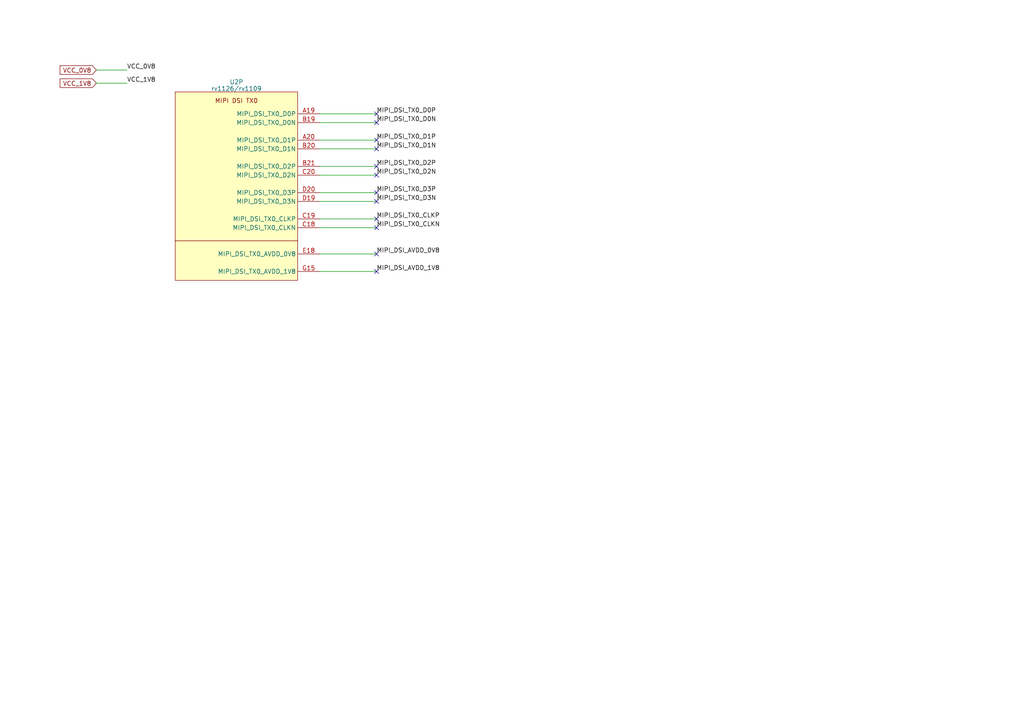
<source format=kicad_sch>
(kicad_sch (version 20230819) (generator eeschema)
  (paper "A4")
  (title_block (title "Leaf RV1126") (date "2023-06-07") (rev "1") (company "Yang Hongbo") (comment 1 "License: CC BY-SA"))
  (lib_symbols
    (symbol "IotPi_CPU_Rockchip:rv1126_rv1109"
      (property "Reference" "U" (at -10.16 33.02 0))
      (property "Value" "rv1126/rv1109" (at 3.81 33.02 0))
      (symbol "rv1126_rv1109_1_1"
        (rectangle (start -17.78 31.75) (end 16.51 -35.56) (fill (type background)))
        (polyline (pts (xy -17.78 -26.67) (xy 16.51 -26.67)))
        (text "ARM/LOGIC/VEPU/NPU Power" (at -1.27 29.21 0) (effects (font (size 1.27 1.27))))
        (text "Supply for VCCIO1~7 Power" (at -3.81 -29.21 0) (effects (font (size 1.27 1.27))))
        (pin power_in line (at 22.86 -11.43 180) (length 6.35) (name "NPU_VDD_1") (number "H11"))
        (pin power_in line (at 22.86 -13.97 180) (length 6.35) (name "NPU_VDD_2") (number "H12"))
        (pin power_in line (at 22.86 13.97 180) (length 6.35) (name "LOGIC_VDD_2") (number "H13"))
        (pin power_in line (at 22.86 -33.02 180) (length 6.35) (name "VCCIO_VDD_1V8") (number "H14"))
        (pin power_in line (at 22.86 16.51 180) (length 6.35) (name "LOGIC_VDD_1") (number "H9"))
        (pin power_in line (at 22.86 -16.51 180) (length 6.35) (name "NPU_VDD_3") (number "J10"))
        (pin power_in line (at 22.86 -19.05 180) (length 6.35) (name "NPU_VDD_4") (number "J11"))
        (pin power_in line (at 22.86 8.89 180) (length 6.35) (name "LOGIC_VDD_4") (number "J13"))
        (pin power_in line (at 22.86 11.43 180) (length 6.35) (name "LOGIC_VDD_3") (number "J9"))
        (pin power_in line (at 22.86 -21.59 180) (length 6.35) (name "NPU_VDD_5") (number "K10"))
        (pin power_in line (at 22.86 -24.13 180) (length 6.35) (name "NPU_VDD_6") (number "K11"))
        (pin power_in line (at 22.86 6.35 180) (length 6.35) (name "LOGIC_VDD_5") (number "L10"))
        (pin power_in line (at 22.86 0 180) (length 6.35) (name "VEPU_VDD_1") (number "L9"))
        (pin power_in line (at 22.86 3.81 180) (length 6.35) (name "LOGIC_VDD_6") (number "M11"))
        (pin power_in line (at 22.86 -2.54 180) (length 6.35) (name "VEPU_VDD_2") (number "M9"))
        (pin power_in line (at 22.86 25.4 180) (length 6.35) (name "ARM_VDD_1") (number "N12"))
        (pin power_in line (at 22.86 -5.08 180) (length 6.35) (name "VEPU_VDD_3") (number "N8"))
        (pin power_in line (at 22.86 -7.62 180) (length 6.35) (name "VEPU_VDD_4") (number "N9"))
        (pin power_in line (at 22.86 22.86 180) (length 6.35) (name "ARM_VDD_2") (number "P12"))
        (pin power_in line (at 22.86 20.32 180) (length 6.35) (name "ARM_VDD_3") (number "P13"))
      )
      (symbol "rv1126_rv1109_2_1"
        (rectangle (start -19.05 30.48) (end 19.05 -114.3) (fill (type background)))
        (text "VSS/AVSS" (at 0 24.13 0) (effects (font (size 1.27 1.27))))
        (pin power_in line (at -25.4 27.94 0) (length 6.35) (name "VSS_1") (number "A1"))
        (pin power_in line (at 25.4 -97.79 180) (length 6.35) (name "AVSS_1") (number "A21"))
        (pin power_in line (at 25.4 -88.9 180) (length 6.35) (name "VSS_95") (number "AA1"))
        (pin power_in line (at 25.4 -91.44 180) (length 6.35) (name "VSS_96") (number "AA10"))
        (pin power_in line (at 25.4 -93.98 180) (length 6.35) (name "VSS_97") (number "AA21"))
        (pin power_in line (at -25.4 25.4 0) (length 6.35) (name "VSS_2") (number "B12"))
        (pin power_in line (at -25.4 15.24 0) (length 6.35) (name "VSS_6") (number "C10"))
        (pin power_in line (at -25.4 12.7 0) (length 6.35) (name "VSS_7") (number "C12"))
        (pin power_in line (at -25.4 22.86 0) (length 6.35) (name "VSS_3") (number "C3"))
        (pin power_in line (at -25.4 20.32 0) (length 6.35) (name "VSS_4") (number "C5"))
        (pin power_in line (at -25.4 17.78 0) (length 6.35) (name "VSS_5") (number "C7"))
        (pin power_in line (at -25.4 7.62 0) (length 6.35) (name "VSS_9") (number "D12"))
        (pin power_in line (at 25.4 -100.33 180) (length 6.35) (name "AVSS_2") (number "D18"))
        (pin power_in line (at -25.4 10.16 0) (length 6.35) (name "VSS_8") (number "D9"))
        (pin power_in line (at -25.4 -6.35 0) (length 6.35) (name "VSS_14") (number "E10"))
        (pin power_in line (at -25.4 -8.89 0) (length 6.35) (name "VSS_15") (number "E11"))
        (pin power_in line (at -25.4 -11.43 0) (length 6.35) (name "VSS_16") (number "E12"))
        (pin power_in line (at -25.4 5.08 0) (length 6.35) (name "VSS_10") (number "E4"))
        (pin power_in line (at -25.4 1.27 0) (length 6.35) (name "VSS_11") (number "E6"))
        (pin power_in line (at -25.4 -1.27 0) (length 6.35) (name "VSS_12") (number "E8"))
        (pin power_in line (at -25.4 -3.81 0) (length 6.35) (name "VSS_13") (number "E9"))
        (pin power_in line (at -25.4 -27.94 0) (length 6.35) (name "VSS_22") (number "F10"))
        (pin power_in line (at -25.4 -30.48 0) (length 6.35) (name "VSS_23") (number "F11"))
        (pin power_in line (at -25.4 -33.02 0) (length 6.35) (name "VSS_24") (number "F12"))
        (pin power_in line (at -25.4 -35.56 0) (length 6.35) (name "VSS_25") (number "F13"))
        (pin power_in line (at 25.4 -102.87 180) (length 6.35) (name "AVSS_3") (number "F14"))
        (pin power_in line (at 25.4 -105.41 180) (length 6.35) (name "AVSS_4") (number "F15"))
        (pin power_in line (at -25.4 -13.97 0) (length 6.35) (name "VSS_17") (number "F3"))
        (pin power_in line (at -25.4 -16.51 0) (length 6.35) (name "VSS_18") (number "F5"))
        (pin power_in line (at -25.4 -19.05 0) (length 6.35) (name "VSS_19") (number "F7"))
        (pin power_in line (at -25.4 -21.59 0) (length 6.35) (name "VSS_20") (number "F8"))
        (pin power_in line (at -25.4 -25.4 0) (length 6.35) (name "VSS_21") (number "F9"))
        (pin power_in line (at -25.4 -45.72 0) (length 6.35) (name "VSS_29") (number "G10"))
        (pin power_in line (at -25.4 -48.26 0) (length 6.35) (name "VSS_30") (number "G11"))
        (pin power_in line (at -25.4 -52.07 0) (length 6.35) (name "VSS_31") (number "G12"))
        (pin power_in line (at -25.4 -54.61 0) (length 6.35) (name "VSS_32") (number "G13"))
        (pin power_in line (at 25.4 -107.95 180) (length 6.35) (name "AVSS_5") (number "G16"))
        (pin power_in line (at 25.4 -110.49 180) (length 6.35) (name "AVSS_6") (number "G17"))
        (pin power_in line (at -25.4 -38.1 0) (length 6.35) (name "VSS_26") (number "G2"))
        (pin power_in line (at -25.4 -40.64 0) (length 6.35) (name "VSS_27") (number "G5"))
        (pin power_in line (at -25.4 -43.18 0) (length 6.35) (name "VSS_28") (number "G6"))
        (pin power_in line (at -25.4 -67.31 0) (length 6.35) (name "VSS_37") (number "H10"))
        (pin power_in line (at -25.4 -69.85 0) (length 6.35) (name "VSS_38") (number "H15"))
        (pin power_in line (at -25.4 -57.15 0) (length 6.35) (name "VSS_33") (number "H4"))
        (pin power_in line (at -25.4 -59.69 0) (length 6.35) (name "VSS_34") (number "H5"))
        (pin power_in line (at -25.4 -62.23 0) (length 6.35) (name "VSS_35") (number "H6"))
        (pin power_in line (at -25.4 -64.77 0) (length 6.35) (name "VSS_36") (number "H7"))
        (pin power_in line (at -25.4 -78.74 0) (length 6.35) (name "VSS_41") (number "J12"))
        (pin power_in line (at -25.4 -81.28 0) (length 6.35) (name "VSS_42") (number "J14"))
        (pin power_in line (at -25.4 -83.82 0) (length 6.35) (name "VSS_43") (number "J16"))
        (pin power_in line (at -25.4 -72.39 0) (length 6.35) (name "VSS_39") (number "J5"))
        (pin power_in line (at -25.4 -74.93 0) (length 6.35) (name "VSS_40") (number "J6"))
        (pin power_in line (at -25.4 -96.52 0) (length 6.35) (name "VSS_48") (number "K12"))
        (pin power_in line (at -25.4 -99.06 0) (length 6.35) (name "VSS_49") (number "K13"))
        (pin power_in line (at -25.4 -101.6 0) (length 6.35) (name "VSS_50") (number "K14"))
        (pin power_in line (at -25.4 -86.36 0) (length 6.35) (name "VSS_44") (number "K5"))
        (pin power_in line (at -25.4 -88.9 0) (length 6.35) (name "VSS_45") (number "K6"))
        (pin power_in line (at -25.4 -91.44 0) (length 6.35) (name "VSS_46") (number "K8"))
        (pin power_in line (at -25.4 -93.98 0) (length 6.35) (name "VSS_47") (number "K9"))
        (pin power_in line (at 25.4 20.32 180) (length 6.35) (name "VSS_54") (number "L11"))
        (pin power_in line (at 25.4 17.78 180) (length 6.35) (name "VSS_55") (number "L12"))
        (pin power_in line (at 25.4 15.24 180) (length 6.35) (name "VSS_56") (number "L13"))
        (pin power_in line (at 25.4 12.7 180) (length 6.35) (name "VSS_57") (number "L14"))
        (pin power_in line (at 25.4 10.16 180) (length 6.35) (name "VSS_58") (number "L16"))
        (pin power_in line (at 25.4 27.94 180) (length 6.35) (name "VSS_51") (number "L2"))
        (pin power_in line (at 25.4 25.4 180) (length 6.35) (name "VSS_52") (number "L5"))
        (pin power_in line (at 25.4 22.86 180) (length 6.35) (name "VSS_53") (number "L6"))
        (pin power_in line (at 25.4 -3.81 180) (length 6.35) (name "VSS_63") (number "M10"))
        (pin power_in line (at 25.4 -6.35 180) (length 6.35) (name "VSS_64") (number "M12"))
        (pin power_in line (at 25.4 -8.89 180) (length 6.35) (name "VSS_65") (number "M13"))
        (pin power_in line (at 25.4 -11.43 180) (length 6.35) (name "VSS_66") (number "M14"))
        (pin power_in line (at 25.4 -13.97 180) (length 6.35) (name "VSS_67") (number "M16"))
        (pin power_in line (at 25.4 7.62 180) (length 6.35) (name "VSS_59") (number "M3"))
        (pin power_in line (at 25.4 5.08 180) (length 6.35) (name "VSS_60") (number "M5"))
        (pin power_in line (at 25.4 1.27 180) (length 6.35) (name "VSS_61") (number "M7"))
        (pin power_in line (at 25.4 -1.27 180) (length 6.35) (name "VSS_62") (number "M8"))
        (pin power_in line (at 25.4 -25.4 180) (length 6.35) (name "VSS_71") (number "N10"))
        (pin power_in line (at 25.4 -27.94 180) (length 6.35) (name "VSS_72") (number "N11"))
        (pin power_in line (at 25.4 -30.48 180) (length 6.35) (name "VSS_73") (number "N13"))
        (pin power_in line (at 25.4 -33.02 180) (length 6.35) (name "VSS_74") (number "N14"))
        (pin power_in line (at 25.4 -35.56 180) (length 6.35) (name "VSS_75") (number "N16"))
        (pin power_in line (at 25.4 -16.51 180) (length 6.35) (name "VSS_68") (number "N5"))
        (pin power_in line (at 25.4 -19.05 180) (length 6.35) (name "VSS_69") (number "N6"))
        (pin power_in line (at 25.4 -21.59 180) (length 6.35) (name "VSS_70") (number "N7"))
        (pin power_in line (at 25.4 -48.26 180) (length 6.35) (name "VSS_80") (number "P14"))
        (pin power_in line (at 25.4 -50.8 180) (length 6.35) (name "VSS_81") (number "P16"))
        (pin power_in line (at 25.4 -38.1 180) (length 6.35) (name "VSS_76") (number "P5"))
        (pin power_in line (at 25.4 -40.64 180) (length 6.35) (name "VSS_77") (number "P7"))
        (pin power_in line (at 25.4 -43.18 180) (length 6.35) (name "VSS_78") (number "P8"))
        (pin power_in line (at 25.4 -45.72 180) (length 6.35) (name "VSS_79") (number "P9"))
        (pin power_in line (at 25.4 -54.61 180) (length 6.35) (name "VSS_82") (number "R1"))
        (pin power_in line (at 25.4 -59.69 180) (length 6.35) (name "VSS_84") (number "R12"))
        (pin power_in line (at 25.4 -62.23 180) (length 6.35) (name "VSS_85") (number "R13"))
        (pin power_in line (at 25.4 -64.77 180) (length 6.35) (name "VSS_86") (number "R14"))
        (pin power_in line (at 25.4 -57.15 180) (length 6.35) (name "VSS_83") (number "R5"))
        (pin power_in line (at 25.4 -72.39 180) (length 6.35) (name "VSS_89") (number "T10"))
        (pin power_in line (at 25.4 -74.93 180) (length 6.35) (name "VSS_90") (number "T14"))
        (pin power_in line (at 25.4 -77.47 180) (length 6.35) (name "VSS_91") (number "T17"))
        (pin power_in line (at 25.4 -67.31 180) (length 6.35) (name "VSS_87") (number "T6"))
        (pin power_in line (at 25.4 -69.85 180) (length 6.35) (name "VSS_88") (number "T9"))
        (pin power_in line (at 25.4 -81.28 180) (length 6.35) (name "VSS_92") (number "V17"))
        (pin power_in line (at 25.4 -86.36 180) (length 6.35) (name "VSS_94") (number "W14"))
        (pin power_in line (at 25.4 -83.82 180) (length 6.35) (name "VSS_93") (number "W9"))
      )
      (symbol "rv1126_rv1109_3_1"
        (rectangle (start -15.24 29.21) (end 15.24 -8.89) (fill (type background)))
        (polyline (pts (xy -15.24 5.08) (xy 15.24 5.08)))
        (polyline (pts (xy -15.24 13.97) (xy 15.24 13.97)))
        (text "MISC" (at -13.97 2.54 0) (effects (font (size 1.27 1.27)) (justify left)))
        (text "OSC/PLL" (at -13.97 26.67 0) (effects (font (size 1.27 1.27)) (justify left)))
        (text "PMUIO" (at -13.97 11.43 0) (effects (font (size 1.27 1.27)) (justify left)))
        (pin output line (at 21.59 22.86 180) (length 6.35) (name "XIN24M") (number "AA9"))
        (pin power_in line (at 21.59 10.16 180) (length 6.35) (name "PMUIO_VDD_0V8") (number "P10"))
        (pin power_in line (at 21.59 19.05 180) (length 6.35) (name "PLL_AVDD_0V8") (number "P11"))
        (pin power_in line (at 21.59 7.62 180) (length 6.35) (name "PMUIO_VDD_1V8") (number "R10"))
        (pin power_in line (at 21.59 16.51 180) (length 6.35) (name "PLL_AVDD_1V8") (number "R11"))
        (pin power_in line (at 21.59 1.27 180) (length 6.35) (name "TVSS") (number "T8"))
        (pin input line (at 21.59 -2.54 180) (length 6.35) (name "nPOR_u") (number "W7"))
        (pin output line (at 21.59 25.4 180) (length 6.35) (name "XOUT24M") (number "Y9"))
      )
      (symbol "rv1126_rv1109_4_1"
        (rectangle (start -26.67 21.59) (end 26.67 -24.13) (fill (type background)))
        (polyline (pts (xy -26.67 -17.78) (xy 26.67 -17.78)))
        (text "PMUIO0 Domain" (at 1.27 19.05 0) (effects (font (size 1.27 1.27))))
        (pin bidirectional line (at 33.02 -1.27 180) (length 6.35) (name "SPI0_CS0n_M0/GPIO0_A5_u") (number "AA2"))
        (pin bidirectional line (at 33.02 15.24 180) (length 6.35) (name "CLKI_CLKO_32K/GPIO0_A2_z") (number "AA3"))
        (pin power_in line (at 33.02 -21.59 180) (length 6.35) (name "PMUIO0_VDD") (number "R9"))
        (pin bidirectional line (at 33.02 7.62 180) (length 6.35) (name "SDMMC0_DET/GPIO0_A3_u") (number "U7"))
        (pin bidirectional line (at 33.02 -8.89 180) (length 6.35) (name "SPI0_MOSI_M0/GPIO0_A6_d") (number "V6"))
        (pin bidirectional line (at 33.02 -3.81 180) (length 6.35) (name "SPI0_CS1n_M0/GPIO0_A4_u") (number "V7"))
        (pin bidirectional line (at 33.02 -6.35 180) (length 6.35) (name "SPI0_MISO_M0/GPIO0_A7_d") (number "W5"))
        (pin bidirectional line (at 33.02 12.7 180) (length 6.35) (name "CLK_REF/GPIO0_A0_d") (number "W6"))
        (pin bidirectional line (at 33.02 1.27 180) (length 6.35) (name "SPI0_CLK_M0/GPIO0_B0_d") (number "Y4"))
        (pin bidirectional line (at 33.02 -13.97 180) (length 6.35) (name "TSADC_SHUT_M0/TSADC_SHUTORG/GPIO0_A1_z") (number "Y5"))
      )
      (symbol "rv1126_rv1109_5_1"
        (rectangle (start -35.56 25.4) (end 33.02 -27.94) (fill (type background)))
        (polyline (pts (xy -35.56 -20.32) (xy 33.02 -20.32)))
        (text "PMUIO1 Domain" (at 0 22.86 0) (effects (font (size 1.27 1.27))))
        (pin bidirectional line (at 39.37 -5.08 180) (length 6.35) (name "USB_CTRL/PMU_DEBUG/UART1_CTSN_M0/PWM3_IR_M0/GPIO0_C1_d") (number "AA4"))
        (pin bidirectional line (at 39.37 7.62 180) (length 6.35) (name "I2C2_SCL/PWM4_M0/GPIO0_C2_d") (number "AA6"))
        (pin bidirectional line (at 39.37 13.97 180) (length 6.35) (name "I2C0_SCL/GPIO0_B4_u") (number "AA7"))
        (pin power_in line (at 39.37 -24.13 180) (length 6.35) (name "PMUIO1_VDD") (number "R8"))
        (pin bidirectional line (at 39.37 -8.89 180) (length 6.35) (name "SDMMC0_PWM/UART1_RTSN_M0/PWM2_M0/GPIO0_C0_d") (number "U9"))
        (pin bidirectional line (at 39.37 -13.97 180) (length 6.35) (name "UART1_RX_M0/PWM1_M0/GPIO0_B7_d") (number "V9"))
        (pin bidirectional line (at 39.37 1.27 180) (length 6.35) (name "PMIC_INT/PWM7_IR_M0/GPIO0_B1_d") (number "W10"))
        (pin bidirectional line (at 39.37 -16.51 180) (length 6.35) (name "UART1_TX_M0/PWM0_M0/GPIO0_B6_d") (number "W8"))
        (pin bidirectional line (at 39.37 -1.27 180) (length 6.35) (name "PMIC_SLEEP/TSADC_SHUT_M1/PWM6_M0/GPIO0_B2_d") (number "Y10"))
        (pin bidirectional line (at 39.37 5.08 180) (length 6.35) (name "I2C2_SDA/PWM5_M0/GPIO0_C3_d") (number "Y6"))
        (pin bidirectional line (at 39.37 11.43 180) (length 6.35) (name "I2C0_SDA/GPIO0_B5_u") (number "Y7"))
        (pin bidirectional line (at 39.37 17.78 180) (length 6.35) (name "FLASH_VOL_SEL/GPIO0_B3_d") (number "Y8"))
      )
      (symbol "rv1126_rv1109_6_1"
        (rectangle (start -26.67 24.13) (end 26.67 -30.48) (fill (type background)))
        (polyline (pts (xy -26.67 -24.13) (xy 26.67 -24.13)))
        (text "VCCIO1 Domain" (at -1.27 21.59 0) (effects (font (size 1.27 1.27))))
        (pin power_in line (at 33.02 -27.94 180) (length 6.35) (name "VCCIO1_VDD") (number "P6"))
        (pin bidirectional line (at 33.02 -12.7 180) (length 6.35) (name "FLASH_RDYn/FSPI_D1/I2S1_SCLK_M0/GPIO1_A1_u") (number "R2"))
        (pin bidirectional line (at 33.02 -7.62 180) (length 6.35) (name "FLASH_WPn/EMMC_RSTn/FSPI_CLK/GPIO1_A3_d") (number "R3"))
        (pin bidirectional line (at 33.02 -17.78 180) (length 6.35) (name "FLASH_RDn/FSPI_D3/I2S1_SDI_M0/GPIO1_A2_u") (number "R4"))
        (pin bidirectional line (at 33.02 -5.08 180) (length 6.35) (name "FLASH_CLE/EMMC_CLKO/GPIO0_D7_d") (number "T1"))
        (pin bidirectional line (at 33.02 -10.16 180) (length 6.35) (name "FLASH_ALE/FSPI_D0/I2S1_LRCK_M0/GPIO1_A0_d") (number "T2"))
        (pin bidirectional line (at 33.02 -15.24 180) (length 6.35) (name "FSPI_D2/I2S1_SDO_M0/GPIO0_D6_d") (number "T3"))
        (pin bidirectional line (at 33.02 -2.54 180) (length 6.35) (name "FLASH_WRn/EMMC_CMD/GPIO0_D5_u") (number "T4"))
        (pin bidirectional line (at 33.02 -20.32 180) (length 6.35) (name "FLASH_CS0n/FSPI_CS0n/I2S1_MCLK_M0/GPIO0_D4_u") (number "U2"))
        (pin bidirectional line (at 33.02 0 180) (length 6.35) (name "FLASH_D7/EMMC_D7/GPIO0_D3_u") (number "U3"))
        (pin bidirectional line (at 33.02 2.54 180) (length 6.35) (name "FLASH_D6/EMMC_D6/GPIO0_D2_u") (number "U4"))
        (pin bidirectional line (at 33.02 5.08 180) (length 6.35) (name "FLASH_D5/EMMC_D5/FSPI_CS1n/GPIO0_D1_u") (number "V1"))
        (pin bidirectional line (at 33.02 7.62 180) (length 6.35) (name "FLASH_D4/EMMC_D4/GPIO0_D0_u") (number "V2"))
        (pin bidirectional line (at 33.02 10.16 180) (length 6.35) (name "FLASH_D3/EMMC_D3/GPIO0_C7_u") (number "V3"))
        (pin bidirectional line (at 33.02 12.7 180) (length 6.35) (name "FLASH_D2/EMMC_D2/GPIO0_C6_u") (number "V4"))
        (pin bidirectional line (at 33.02 15.24 180) (length 6.35) (name "FLASH_D1/EMMC_D1/GPIO0_C5_u") (number "W1"))
        (pin bidirectional line (at 33.02 17.78 180) (length 6.35) (name "FLASH_D0/EMMC_D0/GPIO0_C4_u") (number "W2"))
      )
      (symbol "rv1126_rv1109_7_1"
        (rectangle (start -39.37 24.13) (end 38.1 -7.62) (fill (type background)))
        (polyline (pts (xy -39.37 0) (xy 38.1 0)))
        (text "VCCIO2 Domain" (at 0 21.59 0) (effects (font (size 1.27 1.27))))
        (pin bidirectional line (at 44.45 17.78 180) (length 6.35) (name "SDMMC0_CLK/UART3_RTSN_M1/RISC-V_JTAG_TDO/GPIO1_B0_u") (number "AA13"))
        (pin power_in line (at 44.45 -3.81 180) (length 6.35) (name "VCCIO2_VDD") (number "T13"))
        (pin bidirectional line (at 44.45 5.08 180) (length 6.35) (name "SDMMC0_D3/UART3_TX_M1/A7_JTAG_TMS_M0/RISC-V_JTAG_TMS/GPIO1_A7_u") (number "U13"))
        (pin bidirectional line (at 44.45 7.62 180) (length 6.35) (name "SDMMC0_D2/UART3_RX_M1/A7_JTAG_TCK_M0/RISC-V_JTAG_TCK/GPIO1_A6_u") (number "V13"))
        (pin bidirectional line (at 44.45 10.16 180) (length 6.35) (name "SDMMC0_D1/TEST_CLK0_OUT/UART2_TX_M0/RISC-V_JTAG_TRSTn/GPIO1_A5_u") (number "W13"))
        (pin bidirectional line (at 44.45 15.24 180) (length 6.35) (name "SDMMC0_CMD/UART3_CTSN_M1/RISC-V_JTAG_TDI/GPIO1_B1_u") (number "Y13"))
        (pin bidirectional line (at 44.45 12.7 180) (length 6.35) (name "SDMMC0_D0/TEST_CLK1_OUT/UART2_RX_M0/GPIO1_A4_u") (number "Y14"))
      )
      (symbol "rv1126_rv1109_8_1"
        (rectangle (start -40.64 16.51) (end 40.64 -38.1) (fill (type background)))
        (polyline (pts (xy -40.64 -31.75) (xy 40.64 -31.75)))
        (text "VCCIO3 Domain" (at 2.54 13.97 0) (effects (font (size 1.27 1.27))))
        (pin bidirectional line (at 46.99 -19.05 180) (length 6.35) (name "SDIO_PWR/I2C5_SDA_M2/UART1_RX_M1/GPIO1_D1_d") (number "A13"))
        (pin bidirectional line (at 46.99 -21.59 180) (length 6.35) (name "UART0_CTSn/GPIO1_C1_u") (number "A15"))
        (pin bidirectional line (at 46.99 -6.35 180) (length 6.35) (name "SDIO_CMD/GPIO1_B3_u") (number "A16"))
        (pin bidirectional line (at 46.99 6.35 180) (length 6.35) (name "I2S2_MCLK_M0/SDIO_DET/SPI1_CS1n_M1/I2C5_SCL_M2/UART1_TX_M1/GPIO1_D0_d") (number "B13"))
        (pin bidirectional line (at 46.99 -1.27 180) (length 6.35) (name "I2S2_SDO_M0/SPI1_MOSI_M1/FLASH_TRIG_OUT/GPIO1_C4_d") (number "B14"))
        (pin bidirectional line (at 46.99 -24.13 180) (length 6.35) (name "UART0_RTSn/GPIO1_C0_u") (number "B15"))
        (pin bidirectional line (at 46.99 -8.89 180) (length 6.35) (name "SDIO_D0/GPIO1_B4_u") (number "B16"))
        (pin bidirectional line (at 46.99 8.89 180) (length 6.35) (name "I2S2_LRCK_M0/SPI1_CS0n_M1/UART1_CTSn_M1/GPIO1_C7_d") (number "C13"))
        (pin bidirectional line (at 46.99 -29.21 180) (length 6.35) (name "UART0_TX/GPIO1_C3_u") (number "C14"))
        (pin bidirectional line (at 46.99 -16.51 180) (length 6.35) (name "SDIO_D3/GPIO1_B7_u") (number "C15"))
        (pin bidirectional line (at 46.99 -11.43 180) (length 6.35) (name "SDIO_D1/GPIO1_B5_u") (number "C16"))
        (pin bidirectional line (at 46.99 3.81 180) (length 6.35) (name "I2S2_SCLK_M0/SPI1_CLK_M1/PRELIGHT_TRIG_OUT/UART1_RTSn_M1/_GPIO1_C6_d") (number "D13"))
        (pin bidirectional line (at 46.99 -26.67 180) (length 6.35) (name "UART0_RX/GPIO1_C2_u") (number "D14"))
        (pin bidirectional line (at 46.99 -13.97 180) (length 6.35) (name "SDIO_D2/GPIO1_B6_u") (number "D15"))
        (pin bidirectional line (at 46.99 -3.81 180) (length 6.35) (name "SDIO_CLK/GPIO1_B2_d") (number "D16"))
        (pin bidirectional line (at 46.99 1.27 180) (length 6.35) (name "I2S2_SDI_M0/SPI1_MISO_M1/FLASH_TRIG_IN/GPIO1_C5_d") (number "E13"))
        (pin power_in line (at 46.99 -35.56 180) (length 6.35) (name "VCCIO3_VDD") (number "E14"))
      )
      (symbol "rv1126_rv1109_9_1"
        (rectangle (start -30.48 24.13) (end 30.48 -15.24) (fill (type background)))
        (polyline (pts (xy -30.48 -8.89) (xy 30.48 -8.89)))
        (text "VCCIO4 Domain" (at 1.27 21.59 0) (effects (font (size 1.27 1.27))))
        (pin power_in line (at 36.83 -12.7 180) (length 6.35) (name "VCCIO4_VDD") (number "P15"))
        (pin bidirectional line (at 36.83 -1.27 180) (length 6.35) (name "SPI0_MISO_M1/I2S1_LRCK_M1/I2C3_SDA_M2/GPIO1_D7_d") (number "U18"))
        (pin bidirectional line (at 36.83 3.81 180) (length 6.35) (name "SPI0_CS0n_M1/I2S1_SDI_M1/UART5_TX_M2/GPIO2_A0_d") (number "U19"))
        (pin bidirectional line (at 36.83 6.35 180) (length 6.35) (name "SPI0_CLK_M1/I2S1_SDO_M1/UART5_RX_M2/GPIO2_A1_d") (number "U20"))
        (pin bidirectional line (at 36.83 -3.81 180) (length 6.35) (name "SPI0_MOSI_M1/I2S1_SCLK_M1/I2C3_SCL_M2/GPIO1_D6_d") (number "V19"))
        (pin bidirectional line (at 36.83 1.27 180) (length 6.35) (name "SPI0_CS1n_M1/I2S1_MCLK_M1/UART4_TX_M2/GPIO1_D5_d") (number "V20"))
        (pin bidirectional line (at 36.83 11.43 180) (length 6.35) (name "MIPI_CSI_CLK0/UART5_CTSN_M2/GPIO2_A3_d") (number "V21"))
        (pin bidirectional line (at 36.83 13.97 180) (length 6.35) (name "I2C1_SDA/UART4_RTSN_M2/GPIO1_D2_u") (number "W19"))
        (pin bidirectional line (at 36.83 -6.35 180) (length 6.35) (name "UART4_RX_M2/GPIO1_D4_d") (number "W20"))
        (pin bidirectional line (at 36.83 8.89 180) (length 6.35) (name "MIPI_CSI_CLK1/UART5_RTSN_M2/GPIO2_A2_d") (number "W21"))
        (pin bidirectional line (at 36.83 16.51 180) (length 6.35) (name "I2C1_SCL/UART4_CTSN_M2/GPIO1_D3_u") (number "Y21"))
      )
      (symbol "rv1126_rv1109_10_1"
        (rectangle (start -54.61 29.21) (end 54.61 -83.82) (fill (type background)))
        (polyline (pts (xy -54.61 -67.31) (xy 54.61 -67.31)))
        (text "VCCIO5 Domain" (at 1.27 26.67 0) (effects (font (size 1.27 1.27))))
        (pin bidirectional line (at 60.96 -55.88 180) (length 6.35) (name "LCDC_VSYNC/UART3_RTSN_M2/PWM9_M1/SPI1_MOSI_M2/GPIO2_D6_d") (number "C21"))
        (pin bidirectional line (at 60.96 -48.26 180) (length 6.35) (name "LCDC_CLK/UART3_CTSN_M2/PWM8_M1/SPI1_MISO_M2/GPIO2_D7_d") (number "D21"))
        (pin bidirectional line (at 60.96 19.05 180) (length 6.35) (name "CAN_TXD_M0/UART3_RX_M2/PWM11_IR_M1/I2C4_SDA_M0/GPIO3_A1_u") (number "E19"))
        (pin bidirectional line (at 60.96 21.59 180) (length 6.35) (name "CAN_RXD_M0/UART3_TX_M2/PWM7_IR_M1/SPI1_CS1n_M2/I2C4_SCL_M0/GPIO3_A0_u") (number "E20"))
        (pin bidirectional line (at 60.96 -43.18 180) (length 6.35) (name "LCDC_D23/RGMII_RXCLK_M1/CIF_HSYNC_M1/I2S1_SDI_M2/GPIO2_D3_d") (number "F19"))
        (pin bidirectional line (at 60.96 -40.64 180) (length 6.35) (name "LCDC_D22/RGMII_TXCLK_M1/CIF_CLKIN_M1/I2S1_LRCK_M2/GPIO2_D2_d") (number "F20"))
        (pin bidirectional line (at 60.96 -38.1 180) (length 6.35) (name "LCDC_D21/RGMII_TXD2_M1/CIF_CLKOUT_M1/I2S1_SCLK_M2/GPIO2_D1_d") (number "F21"))
        (pin bidirectional line (at 60.96 -63.5 180) (length 6.35) (name "UART2_TX_M1/A7_JTAG_TCK_M1/GPIO3_A2_u") (number "G18"))
        (pin bidirectional line (at 60.96 -33.02 180) (length 6.35) (name "LCDC_D19/RGMII_RXD2_M1/CIF_D15_M1/I2S1_MCLK_M2/GPIO2_C7_d") (number "G19"))
        (pin bidirectional line (at 60.96 -30.48 180) (length 6.35) (name "LCDC_D18/RGMII_TXEN_M1/CIF_D14_M1/GPIO2_C6_d") (number "G20"))
        (pin bidirectional line (at 60.96 -27.94 180) (length 6.35) (name "LCDC_D17/CLK_OUT_ETHERNET_M1/CIF_D13_M1/GPIO2_C5_d") (number "G21"))
        (pin bidirectional line (at 60.96 -60.96 180) (length 6.35) (name "UART2_RX_M1/A7_JTAG_TMS_M1/GPIO3_A3_u") (number "H16"))
        (pin bidirectional line (at 60.96 -53.34 180) (length 6.35) (name "LCDC_HSYNC/PWM10_M1/_SPI1_CLK_M2/I2C3_SDA_M1/GPIO2_D5_d") (number "H17"))
        (pin bidirectional line (at 60.96 -35.56 180) (length 6.35) (name "LCDC_D20/RGMII_RXD3_M1/CIF_VSYNC_M1/I2S1_SDO_M2/GPIO2_D0_d") (number "H18"))
        (pin bidirectional line (at 60.96 -25.4 180) (length 6.35) (name "LCDC_D16/RGMII_TXD1_M1/CIF_D12_M1/GPIO2_C4_d") (number "H19"))
        (pin bidirectional line (at 60.96 -22.86 180) (length 6.35) (name "LCDC_D15/RGMII_TXD0_M1/CIF_D11_M1/GPIO2_C3_d") (number "H20"))
        (pin power_in line (at 60.96 -69.85 180) (length 6.35) (name "VCCIO5_VDD1") (number "J15"))
        (pin bidirectional line (at 60.96 -50.8 180) (length 6.35) (name "LCDC_DEN/PWM6_M1/SPI1_CS0n_M2/I2C3_SCL_M1/GPIO2_D4_d") (number "J17"))
        (pin bidirectional line (at 60.96 15.24 180) (length 6.35) (name "LCDC_D0/RGMII_TXD3_M1/CIF_D0_M1/UART4_RTSN_M1/GPIO2_A4_d") (number "J18"))
        (pin bidirectional line (at 60.96 -15.24 180) (length 6.35) (name "LCDC_D12/RGMII_RXER_M1/CIF_D8_M1/GPIO2_C0_d") (number "J19"))
        (pin bidirectional line (at 60.96 -20.32 180) (length 6.35) (name "LCDC_D14/RGMII_MDC_M1/CIF_D10_M1/GPIO2_C2_d") (number "J20"))
        (pin bidirectional line (at 60.96 -17.78 180) (length 6.35) (name "LCDC_D13/RGMII_MDIO_M1/CIF_D9_M1/GPIO2_C1_d") (number "J21"))
        (pin power_in line (at 60.96 -78.74 180) (length 6.35) (name "VCCIO5_VDD2") (number "K15"))
        (pin bidirectional line (at 60.96 0 180) (length 6.35) (name "LCDC_D6/I2S2_LRCK_M1/UART5_RTSN_M1/PWM1_M1/SPI0_CLK_M2/GPIO2_B2_d") (number "K16"))
        (pin bidirectional line (at 60.96 -2.54 180) (length 6.35) (name "LCDC_D7/I2S2_MCLK_M1/CIF_D3_M1/UART5_CTSN_M1/SPI0_CS1n_M2/PWM0_M1/I2C5_SDA_M0/_GPIO2_B3_d") (number "K17"))
        (pin bidirectional line (at 60.96 -5.08 180) (length 6.35) (name "LCDC_D8/RGMII_RXDV_M1/CIF_D4_M1/GPIO2_B4_d") (number "K18"))
        (pin bidirectional line (at 60.96 -7.62 180) (length 6.35) (name "LCDC_D9/RGMII_RXD0_M1/CIF_D5_M1/GPIO2_B5_d") (number "K19"))
        (pin bidirectional line (at 60.96 -10.16 180) (length 6.35) (name "LCDC_D10/RGMII_RXD1_M1/CIF_D6_M1/GPIO2_B6_d") (number "K20"))
        (pin bidirectional line (at 60.96 -12.7 180) (length 6.35) (name "LCDC_D11/RGMII_CLK_M1/CIF_D7_M1/GPIO2_B7_d") (number "K21"))
        (pin bidirectional line (at 60.96 12.7 180) (length 6.35) (name "LCDC_D1/RGMII_CRS_M1/CIF_D1_M1/UART4_CTSN_M1/I2C5_SCL_M0/GPIO2_A5_d") (number "L17"))
        (pin bidirectional line (at 60.96 5.08 180) (length 6.35) (name "LCDC_D4/I2S2_SDI_M1/UART5_TX_M1/PWM3_IR_M1/SPI0_MOSI_M2/GPIO2_B0_d") (number "L19"))
        (pin bidirectional line (at 60.96 2.54 180) (length 6.35) (name "LCDC_D5/I2S2_SCLK_M1/UART5_RX_M1/PWM2_M1/SPI0_MISO_M2/GPIO2_B1_d") (number "L20"))
        (pin bidirectional line (at 60.96 7.62 180) (length 6.35) (name "LCDC_D3/I2S2_SDO_M1/UART4_RX_M1/PWM4_M1/SPI0_CS0n_M2/GPIO2_A7_d") (number "M20"))
        (pin bidirectional line (at 60.96 10.16 180) (length 6.35) (name "LCDC_D2/RGMII_COL_M1/CIF_D2_M1/PWM5_M1/_UART4_TX_M1/GPIO2_A6_d") (number "M21"))
      )
      (symbol "rv1126_rv1109_11_1"
        (rectangle (start -48.26 26.67) (end 48.26 -39.37) (fill (type background)))
        (polyline (pts (xy -48.26 -31.75) (xy 48.26 -31.75)))
        (text "VCCIO6 Domain" (at 1.27 24.13 0) (effects (font (size 1.27 1.27))))
        (pin power_in line (at 54.61 -35.56 180) (length 6.35) (name "VCCIO6_VDD") (number "M15"))
        (pin bidirectional line (at 54.61 5.08 180) (length 6.35) (name "CIF_D13_M0/RGMII_RXDV_M0/PDM_SDI0_M1/GPIO3_C1_d") (number "M17"))
        (pin bidirectional line (at 54.61 2.54 180) (length 6.35) (name "CIF_D14_M0/RGMII_RXER_M0/PDM_SDI1_M1/GPIO3_C2_d") (number "M18"))
        (pin bidirectional line (at 54.61 20.32 180) (length 6.35) (name "CIF_CLKIN_M0/CLK_OUT_ETHERNET_M0/UART3_CTSN_M0/GPIO3_C5_d") (number "M19"))
        (pin bidirectional line (at 54.61 -15.24 180) (length 6.35) (name "CIF_D6_M0/RGMII_TXD3_M0/I2S0_LRCK_RX_M1/UART4_RTSN_M0/GPIO3_B2_d") (number "N17"))
        (pin bidirectional line (at 54.61 -22.86 180) (length 6.35) (name "CIF_D9_M0/RGMII_TXEN_M0/I2S0_SDO3_SDI1_M1/SPI1_CS0n_M0/GPIO3_B5_d") (number "N18"))
        (pin bidirectional line (at 54.61 7.62 180) (length 6.35) (name "CIF_D12_M0/RGMII_CLK_M0/PDM_CLk0_M1/SPI1_CLK_M0/GPIO3_C0_d") (number "N19"))
        (pin bidirectional line (at 54.61 0 180) (length 6.35) (name "CIF_D15_M0/RGMII_MDIO_M0/PDM_CLk1_M1/GPIO3_C3_d") (number "N20"))
        (pin bidirectional line (at 54.61 -27.94 180) (length 6.35) (name "CIF_VSYNC_M0/RGMII_MDC_M0/UART3_RTSN_M0/GPIO3_C4_d") (number "N21"))
        (pin bidirectional line (at 54.61 -5.08 180) (length 6.35) (name "CIF_D2_M0/RGMII_COL_M0/I2S0_SDO0_M1/UART5_TX_M0/CAN_RXD_M1/PWM10_M0/GPIO3_A6_d") (number "P17"))
        (pin bidirectional line (at 54.61 17.78 180) (length 6.35) (name "CIF_CLKOUT_M0/RGMII_TXCLK_M0/UART3_TX_M0/GPIO3_C6_d") (number "P19"))
        (pin bidirectional line (at 54.61 -25.4 180) (length 6.35) (name "CIF_HSYNC_M0/RGMII_RXCLK_M0/UART3_RX_M0/GPIO3_C7_d") (number "P20"))
        (pin bidirectional line (at 54.61 15.24 180) (length 6.35) (name "CIF_D0_M0/I2S0_SCLK_TX_M1/UART4_TX_M0/I2C3_SCL_M0/PWM8_M0/GPIO3_A4_d") (number "R17"))
        (pin bidirectional line (at 54.61 -7.62 180) (length 6.35) (name "CIF_D3_M0/RGMII_RXD2_M0/I2S0_SDI0_M1/UART5_RX_M0/CAN_TXD_M1/PWM11_IR_M0/GPIO3_A7_d") (number "R18"))
        (pin bidirectional line (at 54.61 -17.78 180) (length 6.35) (name "CIF_D7_M0/RGMII_TXD0_M0/I2S0_SDO1_SDI3_M1/UART4_CTSN_M0/GPIO3_B3_d") (number "R19"))
        (pin bidirectional line (at 54.61 12.7 180) (length 6.35) (name "CIF_D10_M0/RGMII_RXD0_M0/PDM_SDI2_M1/SPI1_MOSI_M0/GPIO3_B6_d") (number "R20"))
        (pin bidirectional line (at 54.61 10.16 180) (length 6.35) (name "CIF_D11_M0/RGMII_RXD1_M0/PDM_SDI3_M1/SPI1_MISO_M0/GPIO3_B7_d") (number "R21"))
        (pin bidirectional line (at 54.61 -2.54 180) (length 6.35) (name "CIF_D1_M0/RGMII_CRS_M0/I2S0_LRCK_TX_M1/UART4_RX_M0/I2C3_SDA_M0/PWM9_M0/GPIO3_A5_d") (number "T18"))
        (pin bidirectional line (at 54.61 -10.16 180) (length 6.35) (name "CIF_D4_M0/RGMII_RXD3_M0/I2S0_MCLK_M1/UART5_RTSN_M0/I2C5_SCL_M1/GPIO3_B0_d") (number "T19"))
        (pin bidirectional line (at 54.61 -12.7 180) (length 6.35) (name "CIF_D5_M0/RGMII_TXD2_M0/I2S0_SCLK_RX_M1/UART5_CTSN_M0/I2C5_SDA_M1/GPIO3_B1_d") (number "T20"))
        (pin bidirectional line (at 54.61 -20.32 180) (length 6.35) (name "CIF_D8_M0/RGMII_TXD1_M0/I2S0_SDO2_SDI2_M1/SPI1_CS1n_M0/GPIO3_B4_d") (number "T21"))
      )
      (symbol "rv1126_rv1109_12_1"
        (rectangle (start -45.72 20.32) (end 45.72 -19.05) (fill (type background)))
        (polyline (pts (xy -45.72 -11.43) (xy 45.72 -11.43)))
        (text "VCCIO7 Domain" (at 2.54 17.78 0) (effects (font (size 1.27 1.27))))
        (pin bidirectional line (at 52.07 1.27 180) (length 6.35) (name "I2S0_SDI0_M0/PDM_SDI0_M0/ACODEC_DAC_DATAL/GPIO3_D6_d") (number "AA12"))
        (pin bidirectional line (at 52.07 -3.81 180) (length 6.35) (name "I2S0_SDO1_SDI3_M0/PDM_SDI3_M0/ACODEC_ADC_DATA/GPIO3_D7_d") (number "T11"))
        (pin power_in line (at 52.07 -15.24 180) (length 6.35) (name "VCCIO7_VDD") (number "T12"))
        (pin bidirectional line (at 52.07 -6.35 180) (length 6.35) (name "I2S0_SDO2_SDI2_M0/PDM_SDI2_M0/AUDPWM_L_M0/I2C4_SCL_M1/AUDDSM_RN/GPIO4_A0_d") (number "U11"))
        (pin bidirectional line (at 52.07 8.89 180) (length 6.35) (name "I2S0_MCLK_M0/GPIO3_D2_d") (number "U12"))
        (pin bidirectional line (at 52.07 -8.89 180) (length 6.35) (name "I2S0_SDO3_SDI1_M0/PDM_SDI1_M0/AUDPWM_R_M0/I2C4_SDA_M1/AUDDSM_RP/GPIO4_A1_d") (number "V11"))
        (pin bidirectional line (at 52.07 6.35 180) (length 6.35) (name "I2S0_SCLK_RX_M0/PDM_CLk1_M0/ACODEC_ADC_CLK/GPIO3_D1_d") (number "V12"))
        (pin bidirectional line (at 52.07 11.43 180) (length 6.35) (name "2S0_LRCK_TX_M0/ACODEC_DAC_SYNC/AUDPWM_L_M1/AUDDSM_LN/GPIO3_D3_d") (number "W11"))
        (pin bidirectional line (at 52.07 3.81 180) (length 6.35) (name "I2S0_SCLK_TX_M0/ACODEC_DAC_CLK/GPIO3_D0_d") (number "W12"))
        (pin bidirectional line (at 52.07 -1.27 180) (length 6.35) (name "I2S0_SDO0_M0/ACODEC_DAC_DATAR/AUDPWM_R_M1/AUDDSM_LP/GPIO3_D5_d") (number "Y11"))
        (pin bidirectional line (at 52.07 13.97 180) (length 6.35) (name "I2S0_LRCK_RX_M0/PDM_CLk0_M0/ACODEC_ADC_SYNC/GPIO3_D4_d") (number "Y12"))
      )
      (symbol "rv1126_rv1109_13_1"
        (rectangle (start -16.51 11.43) (end 16.51 -16.51) (fill (type background)))
        (polyline (pts (xy 16.51 -10.16) (xy -16.51 -10.16)))
        (text "ADC" (at 0 8.89 0) (effects (font (size 1.27 1.27))))
        (pin input line (at 22.86 -2.54 180) (length 6.35) (name "ADCIN3") (number "A18"))
        (pin input line (at 22.86 -7.62 180) (length 6.35) (name "ADCIN5") (number "B17"))
        (pin input line (at 22.86 0 180) (length 6.35) (name "ADCIN2") (number "B18"))
        (pin input line (at 22.86 -5.08 180) (length 6.35) (name "ADCIN4") (number "C17"))
        (pin input line (at 22.86 2.54 180) (length 6.35) (name "ADCIN1") (number "D17"))
        (pin power_in line (at 22.86 -12.7 180) (length 6.35) (name "ADC_AVDD_1V8") (number "E16"))
        (pin input line (at 22.86 5.08 180) (length 6.35) (name "ADCIN0") (number "E17"))
      )
      (symbol "rv1126_rv1109_14_1"
        (rectangle (start -20.32 31.75) (end 91.44 -102.87) (fill (type background)))
        (text "DDR" (at 31.75 29.21 0) (effects (font (size 1.27 1.27))))
        (pin output line (at 97.79 7.62 180) (length 6.35) (name "LPDDR4_CLKN_A/DDR4_A10/LPDDR3_A8/DDR3_A8") (number "A10"))
        (pin output line (at 97.79 -7.62 180) (length 6.35) (name "LPDDR4_CS1n_B/DDR4_A14_Wen/DDR3_A14") (number "A11"))
        (pin output line (at 97.79 -5.08 180) (length 6.35) (name "LPDDR4_A3_A/DDR4_A13/DDR3_A13") (number "A12"))
        (pin bidirectional line (at -26.67 -71.12 0) (length 6.35) (name "DDR_DQ24/LPDDR4_D8_B/LPDDR3_D30") (number "A2"))
        (pin bidirectional line (at -26.67 -73.66 0) (length 6.35) (name "DDR_DQ25/LPDDR4_D9_B/LPDDR3_D31") (number "A3"))
        (pin output line (at 97.79 -43.18 180) (length 6.35) (name "LPDDR4_A3_B/DDR4_ACTn/LPDDR3_CKE/DDR3_CKE") (number "A4"))
        (pin output line (at 97.79 -50.8 180) (length 6.35) (name "LPDDR4_A4_B/DDR4_ODT0/LPDDR3_CS0n/DDR3_CS0n") (number "A5"))
        (pin output line (at 97.79 -30.48 180) (length 6.35) (name "LPDDR4_CKE1_B/DDR4_BA1/DDR3_WEn") (number "A6"))
        (pin output line (at 97.79 -2.54 180) (length 6.35) (name "LPDDR4_ODT0_B/DDR4_A5/DDR3_A12") (number "A7"))
        (pin output line (at 97.79 25.4 180) (length 6.35) (name "LPDDR4_CKE0_A/DDR4_A8/LPDDR3_A1/DDR3_A1") (number "A8"))
        (pin output line (at 97.79 12.7 180) (length 6.35) (name "LPDDR4_CLKP_A/DDR4_A4/LPDDR3_A6/DDR3_A6") (number "A9"))
        (pin bidirectional line (at -26.67 -86.36 0) (length 6.35) (name "DDR_DQ30/LPDDR4_D14_B/LPDDR3_D26") (number "B1"))
        (pin output line (at 97.79 0 180) (length 6.35) (name "LPDDR4_CS0n_B/DDR4_A16_RASn/DDR3_A11") (number "B10"))
        (pin output line (at 97.79 5.08 180) (length 6.35) (name "LPDDR4_A4_A/DDR4_A2/LPDDR3_A9/DDR3_A9") (number "B11"))
        (pin bidirectional line (at -26.67 -88.9 0) (length 6.35) (name "DDR_DQ31/LPDDR4_D15_B/LPDDR3_D27") (number "B2"))
        (pin bidirectional line (at -26.67 -92.71 0) (length 6.35) (name "DDR_DM3/LPDDR4_DM1_B/LPDDR3_DM3") (number "B3"))
        (pin output line (at 97.79 -45.72 180) (length 6.35) (name "LPDDR4_A2_B/DDR4_CS0n/LPDDR3_ODT0/DDR3_ODT0") (number "B4"))
        (pin output line (at 97.79 2.54 180) (length 6.35) (name "LPDDR4_A0_B/DDR4_A15_CASn/DDR3_A10") (number "B5"))
        (pin output line (at 97.79 -10.16 180) (length 6.35) (name "LPDDR4_A5_B/DDR4_A3/DDR3_A15") (number "B6"))
        (pin output line (at 97.79 -17.78 180) (length 6.35) (name "LPDDR4_CKE0_B/DDR4_A1/DDR3_BA1") (number "B7"))
        (pin output line (at 97.79 17.78 180) (length 6.35) (name "LPDDR4_ODT0_A/DDR4_A7/LPDDR3_A4/DDR3_A4") (number "B8"))
        (pin output line (at 97.79 15.24 180) (length 6.35) (name "LPDDR4_A5_A/DDR4_A9/LPDDR3_A5/DDR3_A5") (number "B9"))
        (pin bidirectional line (at -26.67 -20.32 0) (length 6.35) (name "DDR_DQ14/LPDDR4_D6_B/LPDDR3_D14") (number "C1"))
        (pin output line (at 97.79 10.16 180) (length 6.35) (name "LPDDR4_A2_A/DDR4_A11/LPDDR3_A7/DDR3_A7") (number "C11"))
        (pin bidirectional line (at -26.67 -22.86 0) (length 6.35) (name "DDR_DQ15/LPDDR4_D7_B/LPDDR3_D15") (number "C2"))
        (pin output line (at 97.79 -59.69 180) (length 6.35) (name "DDR_RESETn") (number "C4"))
        (pin output line (at 97.79 -27.94 180) (length 6.35) (name "LPDDR4_A1_B/DDR4_CKE/DDR3_CASn") (number "C6"))
        (pin output line (at 97.79 -20.32 180) (length 6.35) (name "LPDDR4_A0_A/DDR4_A6/DDR3_BA2") (number "C8"))
        (pin output line (at 97.79 20.32 180) (length 6.35) (name "LPDDR4_CKE1_A/DDR4_A0/LPDDR3_A3/DDR3_A3") (number "C9"))
        (pin bidirectional line (at -26.67 -7.62 0) (length 6.35) (name "DDR_DQ9/LPDDR4_D1_B/LPDDR3_D11") (number "D1"))
        (pin output line (at 97.79 27.94 180) (length 6.35) (name "LPDDR4_ODT1_B/DDR4_ODT1/LPDDR3_A0/DDR3_A0") (number "D10"))
        (pin output line (at 97.79 22.86 180) (length 6.35) (name "LPDDR4_ODT1_A/DDR4_BG1/LPDDR3_A2/DDR3_A2") (number "D11"))
        (pin bidirectional line (at -26.67 -5.08 0) (length 6.35) (name "DDR_DQ8/LPDDR4_D10_B/LPDDR3_D0") (number "D2"))
        (pin bidirectional line (at -26.67 -96.52 0) (length 6.35) (name "DDR_DQS3P/LPDDR4_DQS1P_B/LPDDR3_DQS3P") (number "D3"))
        (pin output line (at 97.79 -35.56 180) (length 6.35) (name "LPDDR4_CLKP_B/DDR4_CLKP/LPDDR3_CLKP/DDR3_CLKP") (number "D4"))
        (pin output line (at 97.79 -38.1 180) (length 6.35) (name "LPDDR4_CLKN_B/DDR4_CLKN/LPDDR3_CLKN/DDR3_CLKN") (number "D5"))
        (pin output line (at 97.79 -48.26 180) (length 6.35) (name "LPDDR4_CS1n_A/DDR4_BG0/LPDDR3_ODT1/DDR3_ODT1") (number "D6"))
        (pin output line (at 97.79 -25.4 180) (length 6.35) (name "LPDDR4_A1_A/DDR4_A12/DDR3_RASn") (number "D7"))
        (pin output line (at 97.79 -15.24 180) (length 6.35) (name "DDR4_CS1n/DDR3_BA0") (number "D8"))
        (pin bidirectional line (at -26.67 -17.78 0) (length 6.35) (name "DDR_DQ13/LPDDR4_D5_B/LPDDR3_D13") (number "E1"))
        (pin bidirectional line (at -26.67 -26.67 0) (length 6.35) (name "DDR_DM1/LPDDR4_DM0_B/LPDDR3_DM1") (number "E2"))
        (pin bidirectional line (at -26.67 -99.06 0) (length 6.35) (name "DDR_DQS3N/LPDDR4_DQS1N_B/LPDDR3_DQS3N") (number "E3"))
        (pin output line (at 97.79 -62.23 180) (length 6.35) (name "DDR_RZQ") (number "E5"))
        (pin output line (at 97.79 -53.34 180) (length 6.35) (name "LPDDR4_CS0n_A/DDR4_BA0/LPDDR3_CS1n/DDR3_CS1n") (number "E7"))
        (pin bidirectional line (at -26.67 -33.02 0) (length 6.35) (name "DDR_DQS1N/LPDDR4_DQS0N_B/LPDDR3_DQS1N") (number "F1"))
        (pin bidirectional line (at -26.67 -30.48 0) (length 6.35) (name "DDR_DQS1P/LPDDR4_DQS0P_B/LPDDR3_DQS01P") (number "F2"))
        (pin bidirectional line (at -26.67 -78.74 0) (length 6.35) (name "DDR_DQ27/LPDDR4_D11_B/LPDDR3_D29") (number "F4"))
        (pin power_in line (at 97.79 -67.31 180) (length 6.35) (name "DDR_AVSS") (number "F6"))
        (pin bidirectional line (at -26.67 -15.24 0) (length 6.35) (name "DDR_DQ12/LPDDR4_D4_B/LPDDR3_D12") (number "G1"))
        (pin bidirectional line (at -26.67 -83.82 0) (length 6.35) (name "DDR_DQ29/LPDDR4_D13_B/LPDDR3_D25") (number "G3"))
        (pin bidirectional line (at -26.67 -76.2 0) (length 6.35) (name "DDR_DQ26/LPDDR4_D10_B/LPDDR3_D28") (number "G4"))
        (pin power_in line (at 97.79 -78.74 180) (length 6.35) (name "DDR_VDD1") (number "G7"))
        (pin power_in line (at 97.79 -81.28 180) (length 6.35) (name "DDR_VDD2") (number "G8"))
        (pin power_in line (at 97.79 -83.82 180) (length 6.35) (name "DDR_VDD3") (number "G9"))
        (pin bidirectional line (at -26.67 -12.7 0) (length 6.35) (name "DDR_DQ11/LPDDR4_D3_B/LPDDR3_D9") (number "H1"))
        (pin bidirectional line (at -26.67 -10.16 0) (length 6.35) (name "DDR_DQ10/LPDDR4_D2_B/LPDDR3_D8") (number "H2"))
        (pin bidirectional line (at -26.67 -81.28 0) (length 6.35) (name "DDR_DQ28/LPDDR4_D12_B/LPDDR3_D24") (number "H3"))
        (pin power_in line (at 97.79 -86.36 180) (length 6.35) (name "DDR_VDD4") (number "H8"))
        (pin bidirectional line (at -26.67 -43.18 0) (length 6.35) (name "DDR_DQ18/LPDDR4_D2_A/LPDDR3_D23") (number "J1"))
        (pin bidirectional line (at -26.67 -45.72 0) (length 6.35) (name "DDR_DQ19/LPDDR4_D3_A/LPDDR3_D22") (number "J2"))
        (pin bidirectional line (at -26.67 17.78 0) (length 6.35) (name "DDR_DQ4/LPDDR4_D12_A/LPDDR3_D3") (number "J3"))
        (pin bidirectional line (at -26.67 25.4 0) (length 6.35) (name "DDR_DQ1/LPDDR4_D9_A/LPDDR3_D6") (number "J4"))
        (pin power_in line (at 97.79 -88.9 180) (length 6.35) (name "DDR_VDD5") (number "J7"))
        (pin bidirectional line (at -26.67 -38.1 0) (length 6.35) (name "DDR_DQ16/LPDDR4_D0_A/LPDDR3_D19") (number "K1"))
        (pin bidirectional line (at -26.67 -40.64 0) (length 6.35) (name "DDR_DQ17/LPDDR4_D1_A/LPDDR3_D18") (number "K2"))
        (pin bidirectional line (at -26.67 15.24 0) (length 6.35) (name "DDR_DQ5/LPDDR4_D13_A/LPDDR3_D7") (number "K3"))
        (pin bidirectional line (at -26.67 27.94 0) (length 6.35) (name "DDR_DQ0/LPDDR4_D8_A/LPDDR3_D2") (number "K4"))
        (pin power_in line (at 97.79 -91.44 180) (length 6.35) (name "DDR_VDD6") (number "K7"))
        (pin bidirectional line (at -26.67 -50.8 0) (length 6.35) (name "DDR_DQ21/LPDDR4_D5_A/LPDDR3_D16") (number "L1"))
        (pin bidirectional line (at -26.67 0 0) (length 6.35) (name "DDR_DQS0N/LPDDR4_DQS1N_A/LPDDR3_DQS0N") (number "L3"))
        (pin bidirectional line (at -26.67 2.54 0) (length 6.35) (name "DDR_DQS0P/LPDDR4_DQS1P_A/LPDDR3_DQS0P") (number "L4"))
        (pin power_in line (at 97.79 -93.98 180) (length 6.35) (name "DDR_VDD7") (number "L7"))
        (pin bidirectional line (at -26.67 -53.34 0) (length 6.35) (name "DDR_DQ22/LPDDR4_D6_A/LPDDR3_D17") (number "M1"))
        (pin bidirectional line (at -26.67 -59.69 0) (length 6.35) (name "DDR_DM2/LPDDR4_DM0_A/LPDDR3_DM2") (number "M2"))
        (pin bidirectional line (at -26.67 12.7 0) (length 6.35) (name "DDR_DQ6/LPDDR4_D14_A/LPDDR3_D5") (number "M4"))
        (pin power_out line (at 97.79 -69.85 180) (length 6.35) (name "DDR_VREF") (number "M6"))
        (pin bidirectional line (at -26.67 -66.04 0) (length 6.35) (name "DDR_DQS2N/LPDDR4_DQS0N_A/LPDDR3_DQS2N") (number "N1"))
        (pin bidirectional line (at -26.67 -63.5 0) (length 6.35) (name "DDR_DQS2P/LPDDR4_DQS0P_A/LPDDR3_DQS2P") (number "N2"))
        (pin bidirectional line (at -26.67 6.35 0) (length 6.35) (name "DDR_DM0/LPDDR4_DM1_A/LPDDR3_DM0") (number "N3"))
        (pin bidirectional line (at -26.67 20.32 0) (length 6.35) (name "DDR_DQ3/LPDDR4_D11_A/LPDDR3_D0") (number "N4"))
        (pin bidirectional line (at -26.67 -55.88 0) (length 6.35) (name "DDR_DQ23/LPDDR4_D7_A/LPDDR3_D20") (number "P1"))
        (pin bidirectional line (at -26.67 -48.26 0) (length 6.35) (name "DDR_DQ20/LPDDR4_D4_A/LPDDR3_D21") (number "P2"))
        (pin bidirectional line (at -26.67 10.16 0) (length 6.35) (name "DDR_DQ7/LPDDR4_D15_A/LPDDR3_D1") (number "P3"))
        (pin bidirectional line (at -26.67 22.86 0) (length 6.35) (name "DDR_DQ2/LPDDR4_D10_A/LPDDR3_D4") (number "P4"))
      )
      (symbol "rv1126_rv1109_15_1"
        (rectangle (start -16.51 31.75) (end 16.51 -69.85) (fill (type background)))
        (polyline (pts (xy -16.51 -19.05) (xy 16.51 -19.05)))
        (text "MIPI CSI RX0" (at -1.27 29.21 0) (effects (font (size 1.27 1.27))))
        (text "MIPI CSI RX1" (at 0 -21.59 0) (effects (font (size 1.27 1.27))))
        (pin input line (at 22.86 2.54 180) (length 6.35) (name "MIPI_CSI_RX0_D3P/LVDS0_RX3P") (number "AA15"))
        (pin input line (at 22.86 0 180) (length 6.35) (name "MIPI_CSI_RX0_D3N/LVDS0_RX3N") (number "AA16"))
        (pin input line (at 22.86 -40.64 180) (length 6.35) (name "MIPI_CSI_RX1_D2P/LVDS1_RX2P") (number "AA18"))
        (pin input line (at 22.86 -33.02 180) (length 6.35) (name "MIPI_CSI_RX1_D1P/LVDS1_RX1P") (number "AA19"))
        (pin input line (at 22.86 -25.4 180) (length 6.35) (name "MIPI_CSI_RX1_D0P/LVDS1_RX0P") (number "AA20"))
        (pin power_in line (at 22.86 -63.5 180) (length 6.35) (name "MIPI_CSI_RX1_AVDD_0V8") (number "R15"))
        (pin power_in line (at 22.86 -66.04 180) (length 6.35) (name "MIPI_CSI_RX1_AVDD_1V8") (number "R16"))
        (pin power_in line (at 22.86 -12.7 180) (length 6.35) (name "MIPI_CSI_RX0_AVDD_0V8") (number "T15"))
        (pin power_in line (at 22.86 -15.24 180) (length 6.35) (name "MIPI_CSI_RX0_AVDD_1V8") (number "T16"))
        (pin input line (at 22.86 -5.08 180) (length 6.35) (name "MIPI_CSI_RX0_CLKP/LVDS0_CLKP") (number "U15"))
        (pin input line (at 22.86 22.86 180) (length 6.35) (name "MIPI_CSI_RX0_D0N/LVDS0_RX0N") (number "U16"))
        (pin input line (at 22.86 -7.62 180) (length 6.35) (name "MIPI_CSI_RX0_CLKN/LVDS0_CLKN") (number "V15"))
        (pin input line (at 22.86 25.4 180) (length 6.35) (name "MIPI_CSI_RX0_D0P/LVDS0_RX0P") (number "V16"))
        (pin input line (at 22.86 -55.88 180) (length 6.35) (name "MIPI_CSI_RX1_CLKP/LVDS1_CLKP") (number "V18"))
        (pin input line (at 22.86 10.16 180) (length 6.35) (name "MIPI_CSI_RX0_D2P/LVDS0_RX2P") (number "W15"))
        (pin input line (at 22.86 15.24 180) (length 6.35) (name "MIPI_CSI_RX0_D1N/LVDS0_RX1N") (number "W16"))
        (pin input line (at 22.86 -50.8 180) (length 6.35) (name "MIPI_CSI_RX1_D3N/LVDS1_RX3N") (number "W17"))
        (pin input line (at 22.86 -58.42 180) (length 6.35) (name "MIPI_CSI_RX1_CLKN/LVDS1_CLKN") (number "W18"))
        (pin input line (at 22.86 7.62 180) (length 6.35) (name "MIPI_CSI_RX0_D2N/LVDS0_RX2N") (number "Y15"))
        (pin input line (at 22.86 17.78 180) (length 6.35) (name "MIPI_CSI_RX0_D1P/LVDS0_RX1P") (number "Y16"))
        (pin input line (at 22.86 -48.26 180) (length 6.35) (name "MIPI_CSI_RX1_D3P/LVDS1_RX3P") (number "Y17"))
        (pin input line (at 22.86 -43.18 180) (length 6.35) (name "MIPI_CSI_RX1_D2N/LVDS1_RX2N") (number "Y18"))
        (pin input line (at 22.86 -35.56 180) (length 6.35) (name "MIPI_CSI_RX1_D1N/LVDS1_RX1N") (number "Y19"))
        (pin input line (at 22.86 -27.94 180) (length 6.35) (name "MIPI_CSI_RX1_D0N/LVDS1_RX0N") (number "Y20"))
      )
      (symbol "rv1126_rv1109_16_1"
        (rectangle (start -17.78 30.48) (end 17.78 -24.13) (fill (type background)))
        (polyline (pts (xy 17.78 -12.7) (xy -17.78 -12.7)))
        (text "MIPI DSI TX0" (at 0 27.94 0) (effects (font (size 1.27 1.27))))
        (pin input line (at 24.13 24.13 180) (length 6.35) (name "MIPI_DSI_TX0_D0P") (number "A19"))
        (pin input line (at 24.13 16.51 180) (length 6.35) (name "MIPI_DSI_TX0_D1P") (number "A20"))
        (pin input line (at 24.13 21.59 180) (length 6.35) (name "MIPI_DSI_TX0_D0N") (number "B19"))
        (pin input line (at 24.13 13.97 180) (length 6.35) (name "MIPI_DSI_TX0_D1N") (number "B20"))
        (pin input line (at 24.13 8.89 180) (length 6.35) (name "MIPI_DSI_TX0_D2P") (number "B21"))
        (pin input line (at 24.13 -8.89 180) (length 6.35) (name "MIPI_DSI_TX0_CLKN") (number "C18"))
        (pin input line (at 24.13 -6.35 180) (length 6.35) (name "MIPI_DSI_TX0_CLKP") (number "C19"))
        (pin input line (at 24.13 6.35 180) (length 6.35) (name "MIPI_DSI_TX0_D2N") (number "C20"))
        (pin input line (at 24.13 -1.27 180) (length 6.35) (name "MIPI_DSI_TX0_D3N") (number "D19"))
        (pin input line (at 24.13 1.27 180) (length 6.35) (name "MIPI_DSI_TX0_D3P") (number "D20"))
        (pin power_in line (at 24.13 -16.51 180) (length 6.35) (name "MIPI_DSI_TX0_AVDD_0V8") (number "E18"))
        (pin power_in line (at 24.13 -21.59 180) (length 6.35) (name "MIPI_DSI_TX0_AVDD_1V8") (number "G15"))
      )
      (symbol "rv1126_rv1109_17_1"
        (rectangle (start -16.51 25.4) (end 16.51 -33.02) (fill (type background)))
        (polyline (pts (xy 16.51 -16.51) (xy -16.51 -16.51)))
        (text "USB 2.0" (at -1.27 22.86 0) (effects (font (size 1.27 1.27))))
        (pin power_in line (at 22.86 -20.32 180) (length 6.35) (name "USB_AVDD_0V8") (number "R6"))
        (pin power_in line (at 22.86 -25.4 180) (length 6.35) (name "USB_AVDD_1V8") (number "R7"))
        (pin power_in line (at 22.86 -30.48 180) (length 6.35) (name "USB_AVDD_3V3") (number "T7"))
        (pin input line (at 22.86 -11.43 180) (length 6.35) (name "HOST_EXTR") (number "U5"))
        (pin input line (at 22.86 2.54 180) (length 6.35) (name "OTG_EXTR") (number "U6"))
        (pin input line (at 22.86 7.62 180) (length 6.35) (name "OTG_VBUS_1V8") (number "V5"))
        (pin bidirectional line (at 22.86 19.05 180) (length 6.35) (name "OTG_DP") (number "W3"))
        (pin bidirectional line (at 22.86 16.51 180) (length 6.35) (name "OTG_DM") (number "W4"))
        (pin bidirectional line (at 22.86 -3.81 180) (length 6.35) (name "HOST_DP") (number "Y1"))
        (pin bidirectional line (at 22.86 -6.35 180) (length 6.35) (name "HOST_DM") (number "Y2"))
        (pin input line (at 22.86 11.43 180) (length 6.35) (name "OTG_ID") (number "Y3"))
      )
    )
  )
  (no_connect (at 109.22 55.88))
  (no_connect (at 109.22 33.02))
  (no_connect (at 109.22 50.8))
  (no_connect (at 109.22 63.5))
  (no_connect (at 109.22 40.64))
  (no_connect (at 109.22 73.66))
  (no_connect (at 109.22 66.04))
  (no_connect (at 109.22 78.74))
  (no_connect (at 109.22 35.56))
  (no_connect (at 109.22 58.42))
  (no_connect (at 109.22 48.26))
  (no_connect (at 109.22 43.18))
  (wire (pts (xy 92.71 78.74) (xy 109.22 78.74)))
  (wire (pts (xy 92.71 48.26) (xy 109.22 48.26)))
  (wire (pts (xy 92.71 66.04) (xy 109.22 66.04)))
  (wire (pts (xy 92.71 40.64) (xy 109.22 40.64)))
  (wire (pts (xy 92.71 58.42) (xy 109.22 58.42)))
  (wire (pts (xy 92.71 35.56) (xy 109.22 35.56)))
  (wire (pts (xy 27.94 20.32) (xy 36.83 20.32)))
  (wire (pts (xy 92.71 50.8) (xy 109.22 50.8)))
  (wire (pts (xy 92.71 55.88) (xy 109.22 55.88)))
  (wire (pts (xy 92.71 33.02) (xy 109.22 33.02)))
  (wire (pts (xy 92.71 43.18) (xy 109.22 43.18)))
  (wire (pts (xy 92.71 73.66) (xy 109.22 73.66)))
  (wire (pts (xy 92.71 63.5) (xy 109.22 63.5)))
  (wire (pts (xy 27.94 24.13) (xy 36.83 24.13)))
  (label "MIPI_DSI_TX0_D2P" (at 109.22 48.26 0))
  (label "VCC_1V8" (at 36.83 24.13 0))
  (label "MIPI_DSI_TX0_D1P" (at 109.22 40.64 0))
  (label "MIPI_DSI_TX0_D0P" (at 109.22 33.02 0))
  (label "MIPI_DSI_AVDD_1V8" (at 109.22 78.74 0))
  (label "MIPI_DSI_TX0_CLKN" (at 109.22 66.04 0))
  (label "MIPI_DSI_TX0_D3P" (at 109.22 55.88 0))
  (label "MIPI_DSI_TX0_D3N" (at 109.22 58.42 0))
  (label "MIPI_DSI_TX0_D2N" (at 109.22 50.8 0))
  (label "VCC_0V8" (at 36.83 20.32 0))
  (label "MIPI_DSI_TX0_D1N" (at 109.22 43.18 0))
  (label "MIPI_DSI_TX0_D0N" (at 109.22 35.56 0))
  (label "MIPI_DSI_TX0_CLKP" (at 109.22 63.5 0))
  (label "MIPI_DSI_AVDD_0V8" (at 109.22 73.66 0))
  (global_label "VCC_1V8" (shape input) (at 27.94 24.13 180) (property "Intersheetrefs" "${INTERSHEET_REFS}" (effects hide)))
  (global_label "VCC_0V8" (shape input) (at 27.94 20.32 180) (property "Intersheetrefs" "${INTERSHEET_REFS}" (effects hide)))
  (symbol (lib_id "IotPi_CPU_Rockchip:rv1126_rv1109") (at 68.58 57.15 0) (unit 16)
    (property "Reference" "U2" (at 68.58 23.7871 0))
    (property "Value" "rv1126/rv1109" (at 68.58 25.7081 0))
    (property "Footprint" "IotPi_Rockchip_SoC:Rockchip_RV1126_FCCSP409LD_14.0x14.0mm" (effects hide))
  )
)
</source>
